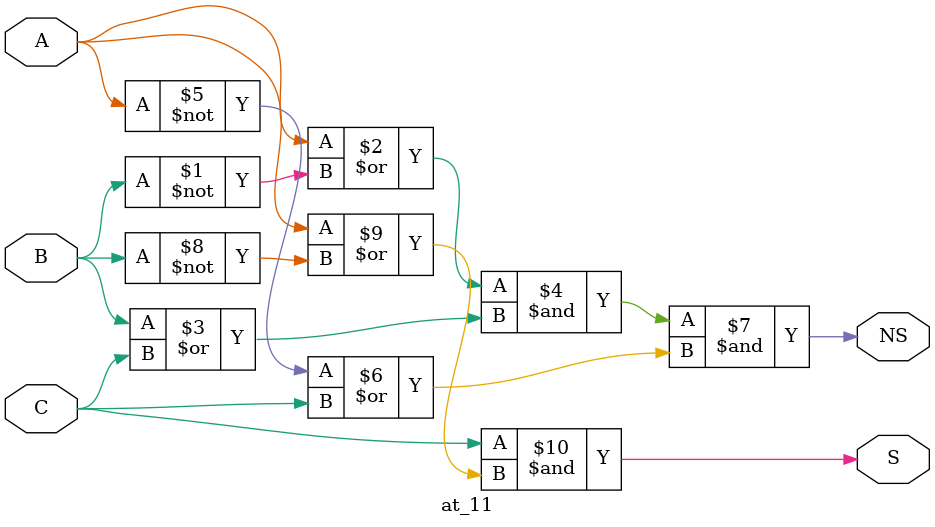
<source format=v>
module at_11(
    input A, B, C,
    output NS, S
);

assign NS = (A | ~B) & (B | C) & (~A | C);
assign S = C & (A | ~B);
    
endmodule
</source>
